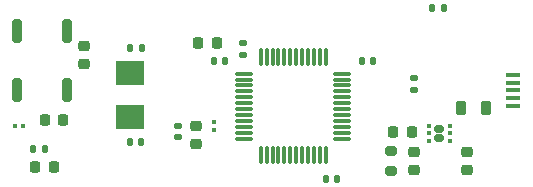
<source format=gbr>
%TF.GenerationSoftware,KiCad,Pcbnew,8.0.7*%
%TF.CreationDate,2024-12-20T19:08:42+02:00*%
%TF.ProjectId,STM32TrialPcb,53544d33-3254-4726-9961-6c5063622e6b,rev?*%
%TF.SameCoordinates,Original*%
%TF.FileFunction,Paste,Top*%
%TF.FilePolarity,Positive*%
%FSLAX46Y46*%
G04 Gerber Fmt 4.6, Leading zero omitted, Abs format (unit mm)*
G04 Created by KiCad (PCBNEW 8.0.7) date 2024-12-20 19:08:42*
%MOMM*%
%LPD*%
G01*
G04 APERTURE LIST*
G04 Aperture macros list*
%AMRoundRect*
0 Rectangle with rounded corners*
0 $1 Rounding radius*
0 $2 $3 $4 $5 $6 $7 $8 $9 X,Y pos of 4 corners*
0 Add a 4 corners polygon primitive as box body*
4,1,4,$2,$3,$4,$5,$6,$7,$8,$9,$2,$3,0*
0 Add four circle primitives for the rounded corners*
1,1,$1+$1,$2,$3*
1,1,$1+$1,$4,$5*
1,1,$1+$1,$6,$7*
1,1,$1+$1,$8,$9*
0 Add four rect primitives between the rounded corners*
20,1,$1+$1,$2,$3,$4,$5,0*
20,1,$1+$1,$4,$5,$6,$7,0*
20,1,$1+$1,$6,$7,$8,$9,0*
20,1,$1+$1,$8,$9,$2,$3,0*%
G04 Aperture macros list end*
%ADD10RoundRect,0.200000X-0.200000X-0.800000X0.200000X-0.800000X0.200000X0.800000X-0.200000X0.800000X0*%
%ADD11RoundRect,0.218750X-0.218750X-0.256250X0.218750X-0.256250X0.218750X0.256250X-0.218750X0.256250X0*%
%ADD12RoundRect,0.135000X0.135000X0.185000X-0.135000X0.185000X-0.135000X-0.185000X0.135000X-0.185000X0*%
%ADD13RoundRect,0.140000X0.170000X-0.140000X0.170000X0.140000X-0.170000X0.140000X-0.170000X-0.140000X0*%
%ADD14RoundRect,0.079500X0.100500X-0.079500X0.100500X0.079500X-0.100500X0.079500X-0.100500X-0.079500X0*%
%ADD15RoundRect,0.135000X-0.135000X-0.185000X0.135000X-0.185000X0.135000X0.185000X-0.135000X0.185000X0*%
%ADD16RoundRect,0.160000X-0.245000X-0.160000X0.245000X-0.160000X0.245000X0.160000X-0.245000X0.160000X0*%
%ADD17RoundRect,0.093750X-0.093750X-0.106250X0.093750X-0.106250X0.093750X0.106250X-0.093750X0.106250X0*%
%ADD18RoundRect,0.225000X-0.250000X0.225000X-0.250000X-0.225000X0.250000X-0.225000X0.250000X0.225000X0*%
%ADD19RoundRect,0.218750X0.218750X0.381250X-0.218750X0.381250X-0.218750X-0.381250X0.218750X-0.381250X0*%
%ADD20RoundRect,0.075000X-0.662500X-0.075000X0.662500X-0.075000X0.662500X0.075000X-0.662500X0.075000X0*%
%ADD21RoundRect,0.075000X-0.075000X-0.662500X0.075000X-0.662500X0.075000X0.662500X-0.075000X0.662500X0*%
%ADD22R,1.300000X0.450000*%
%ADD23R,2.400000X2.000000*%
%ADD24RoundRect,0.140000X-0.140000X-0.170000X0.140000X-0.170000X0.140000X0.170000X-0.140000X0.170000X0*%
%ADD25RoundRect,0.140000X-0.170000X0.140000X-0.170000X-0.140000X0.170000X-0.140000X0.170000X0.140000X0*%
%ADD26RoundRect,0.225000X0.225000X0.250000X-0.225000X0.250000X-0.225000X-0.250000X0.225000X-0.250000X0*%
%ADD27RoundRect,0.079500X-0.079500X-0.100500X0.079500X-0.100500X0.079500X0.100500X-0.079500X0.100500X0*%
%ADD28RoundRect,0.140000X0.140000X0.170000X-0.140000X0.170000X-0.140000X-0.170000X0.140000X-0.170000X0*%
%ADD29RoundRect,0.200000X-0.275000X0.200000X-0.275000X-0.200000X0.275000X-0.200000X0.275000X0.200000X0*%
%ADD30RoundRect,0.135000X-0.185000X0.135000X-0.185000X-0.135000X0.185000X-0.135000X0.185000X0.135000X0*%
G04 APERTURE END LIST*
D10*
%TO.C,SW2*%
X182900000Y-42000000D03*
X187100000Y-42000000D03*
%TD*%
D11*
%TO.C,D1*%
X214712500Y-50500000D03*
X216287500Y-50500000D03*
%TD*%
D12*
%TO.C,R4*%
X217990000Y-40000000D03*
X219010000Y-40000000D03*
%TD*%
D13*
%TO.C,C5*%
X202000000Y-43980000D03*
X202000000Y-43020000D03*
%TD*%
D14*
%TO.C,L1*%
X199500000Y-50345000D03*
X199500000Y-49655000D03*
%TD*%
D15*
%TO.C,R3*%
X184202500Y-52000000D03*
X185222500Y-52000000D03*
%TD*%
D16*
%TO.C,U1*%
X218612500Y-50250000D03*
X218612500Y-51050000D03*
D17*
X217725000Y-50000000D03*
X217725000Y-50650000D03*
X217725000Y-51300000D03*
X219500000Y-51300000D03*
X219500000Y-50650000D03*
X219500000Y-50000000D03*
%TD*%
D11*
%TO.C,D2*%
X184425000Y-53500000D03*
X186000000Y-53500000D03*
%TD*%
D10*
%TO.C,SW1*%
X182900000Y-47000000D03*
X187100000Y-47000000D03*
%TD*%
D18*
%TO.C,C8*%
X221000000Y-52225000D03*
X221000000Y-53775000D03*
%TD*%
%TO.C,C1*%
X198000000Y-50000000D03*
X198000000Y-51550000D03*
%TD*%
D19*
%TO.C,FB1*%
X222562500Y-48500000D03*
X220437500Y-48500000D03*
%TD*%
D20*
%TO.C,U2*%
X202087500Y-45587500D03*
X202087500Y-46087500D03*
X202087500Y-46587500D03*
X202087500Y-47087501D03*
X202087500Y-47587500D03*
X202087500Y-48087500D03*
X202087500Y-48587500D03*
X202087500Y-49087500D03*
X202087500Y-49587499D03*
X202087500Y-50087500D03*
X202087500Y-50587500D03*
X202087500Y-51087500D03*
D21*
X203500000Y-52500000D03*
X204000000Y-52500000D03*
X204500000Y-52500000D03*
X205000001Y-52500000D03*
X205500000Y-52500000D03*
X206000000Y-52500000D03*
X206500000Y-52500000D03*
X207000000Y-52500000D03*
X207499999Y-52500000D03*
X208000000Y-52500000D03*
X208500000Y-52500000D03*
X209000000Y-52500000D03*
D20*
X210412500Y-51087500D03*
X210412500Y-50587500D03*
X210412500Y-50087500D03*
X210412500Y-49587499D03*
X210412500Y-49087500D03*
X210412500Y-48587500D03*
X210412500Y-48087500D03*
X210412500Y-47587500D03*
X210412500Y-47087501D03*
X210412500Y-46587500D03*
X210412500Y-46087500D03*
X210412500Y-45587500D03*
D21*
X209000000Y-44175000D03*
X208500000Y-44175000D03*
X208000000Y-44175000D03*
X207499999Y-44175000D03*
X207000000Y-44175000D03*
X206500000Y-44175000D03*
X206000000Y-44175000D03*
X205500000Y-44175000D03*
X205000001Y-44175000D03*
X204500000Y-44175000D03*
X204000000Y-44175000D03*
X203500000Y-44175000D03*
%TD*%
D22*
%TO.C,J1*%
X224845000Y-48305000D03*
X224845000Y-47655000D03*
X224845000Y-47005000D03*
X224845000Y-46355000D03*
X224845000Y-45705000D03*
%TD*%
D18*
%TO.C,C11*%
X188500000Y-43225000D03*
X188500000Y-44775000D03*
%TD*%
D23*
%TO.C,Y1*%
X192437500Y-45562500D03*
X192437500Y-49262500D03*
%TD*%
D18*
%TO.C,C9*%
X216500000Y-52225000D03*
X216500000Y-53775000D03*
%TD*%
D24*
%TO.C,C7*%
X212040000Y-44500000D03*
X213000000Y-44500000D03*
%TD*%
D25*
%TO.C,C2*%
X196500000Y-50000000D03*
X196500000Y-50960000D03*
%TD*%
D26*
%TO.C,C3*%
X199775000Y-43000000D03*
X198225000Y-43000000D03*
%TD*%
D27*
%TO.C,R2*%
X182655000Y-50000000D03*
X183345000Y-50000000D03*
%TD*%
D26*
%TO.C,C10*%
X186775000Y-49500000D03*
X185225000Y-49500000D03*
%TD*%
D28*
%TO.C,C4*%
X200480000Y-44500000D03*
X199520000Y-44500000D03*
%TD*%
D24*
%TO.C,C12*%
X192457500Y-43412500D03*
X193417500Y-43412500D03*
%TD*%
D29*
%TO.C,R1*%
X214500000Y-52175000D03*
X214500000Y-53825000D03*
%TD*%
D24*
%TO.C,C6*%
X209020000Y-54500000D03*
X209980000Y-54500000D03*
%TD*%
D30*
%TO.C,R5*%
X216500000Y-45990000D03*
X216500000Y-47010000D03*
%TD*%
D24*
%TO.C,C13*%
X192437500Y-51412500D03*
X193397500Y-51412500D03*
%TD*%
M02*

</source>
